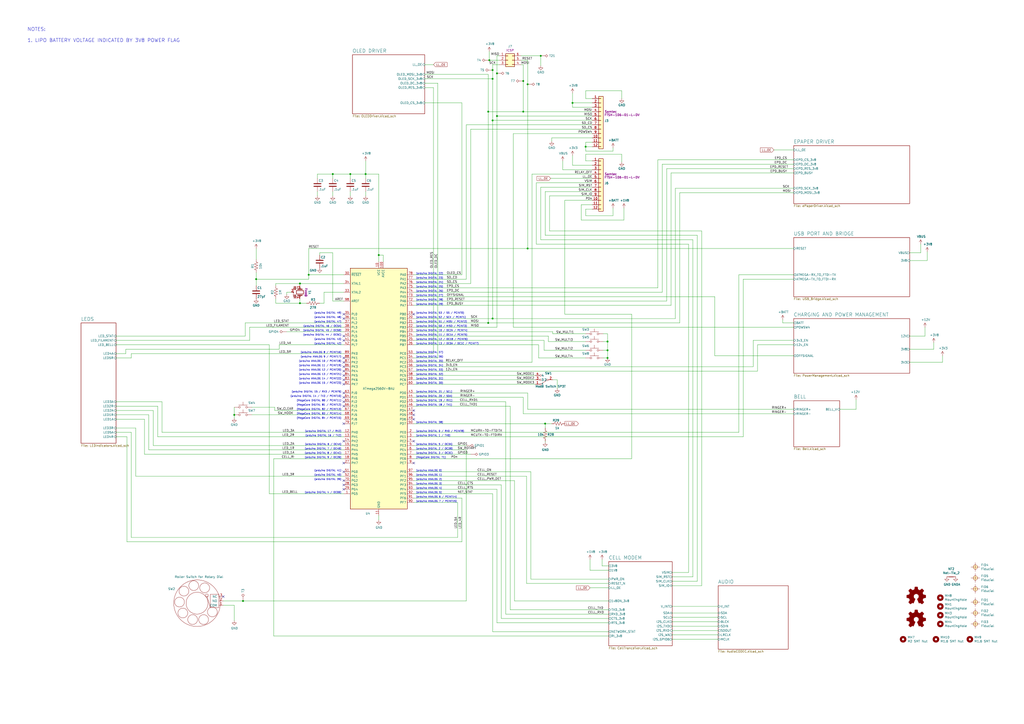
<source format=kicad_sch>
(kicad_sch (version 20211123) (generator eeschema)
  (paper "A2")
  (title_block (title "4G ROTARY CELLPHONE MAINBOARD") (company "J. Haupt") (comment 1 "Sky's Edge"))
  (junction (at 313.69 32.385))
  (junction (at 285.75 45.72))
  (junction (at 219.71 147.955))
  (junction (at 173.99 175.895))
  (junction (at 285.75 40.64))
  (junction (at 303.53 46.99))
  (junction (at 288.29 67.31))
  (junction (at 352.425 207.645))
  (junction (at 306.07 48.895))
  (junction (at 173.99 164.465))
  (junction (at 332.105 59.69))
  (junction (at 285.75 184.785))
  (junction (at 212.09 100.965))
  (junction (at 283.845 34.925))
  (junction (at 352.425 203.2))
  (junction (at 303.53 64.77))
  (junction (at 288.29 42.545))
  (junction (at 316.23 245.745))
  (junction (at 140.97 348.615))
  (junction (at 148.59 161.925))
  (junction (at 339.725 85.09))
  (junction (at 283.21 64.77))
  (junction (at 193.04 100.965))
  (junction (at 306.07 144.145))
  (junction (at 285.75 69.85))
  (junction (at 352.425 198.12))
  (junction (at 135.89 240.665))
  (junction (at 283.21 187.325))
  (junction (at 179.07 159.385))
  (junction (at 203.2 100.965))
  (no_connect (at 199.39 268.605))
  (no_connect (at 199.39 184.785))
  (no_connect (at 199.39 245.745))
  (no_connect (at 240.03 240.665))
  (no_connect (at 240.03 268.605))
  (no_connect (at 199.39 235.585))
  (no_connect (at 199.39 194.945))
  (no_connect (at 199.39 255.905))
  (no_connect (at 199.39 281.305))
  (no_connect (at 199.39 278.765))
  (no_connect (at 129.54 346.075))
  (no_connect (at 240.03 238.125))
  (no_connect (at 199.39 182.245))
  (no_connect (at 240.03 243.205))
  (no_connect (at 240.03 255.905))
  (no_connect (at 199.39 283.845))
  (no_connect (at 199.39 197.485))
  (no_connect (at 199.39 273.685))
  (no_connect (at 199.39 230.505))
  (no_connect (at 199.39 227.965))
  (no_connect (at 199.39 222.885))
  (no_connect (at 199.39 220.345))
  (no_connect (at 199.39 217.805))
  (no_connect (at 199.39 215.265))
  (no_connect (at 199.39 212.725))
  (no_connect (at 199.39 207.645))
  (no_connect (at 199.39 210.185))
  (no_connect (at 240.03 182.245))
  (no_connect (at 199.39 233.045))
  (wire (pts (xy 384.175 169.545) (xy 384.175 95.25)))
  (wire (pts (xy 407.035 339.725) (xy 389.89 339.725)))
  (wire (pts (xy 332.105 59.69) (xy 343.535 59.69)))
  (wire (pts (xy 240.03 220.345) (xy 310.515 220.345)))
  (wire (pts (xy 148.59 150.495) (xy 148.59 144.145)))
  (wire (pts (xy 240.03 273.685) (xy 307.975 273.685)))
  (wire (pts (xy 240.03 233.045) (xy 293.37 233.045)))
  (wire (pts (xy 88.9 238.125) (xy 88.9 258.445)))
  (wire (pts (xy 240.03 187.325) (xy 283.21 187.325)))
  (wire (pts (xy 240.03 263.525) (xy 273.05 263.525)))
  (wire (pts (xy 536.575 194.945) (xy 536.575 189.865)))
  (wire (pts (xy 448.945 86.995) (xy 460.375 86.995)))
  (wire (pts (xy 416.56 355.6) (xy 389.89 355.6)))
  (wire (pts (xy 73.025 202.565) (xy 161.925 202.565)))
  (wire (pts (xy 414.655 206.375) (xy 460.375 206.375)))
  (wire (pts (xy 67.31 200.025) (xy 156.21 200.025)))
  (wire (pts (xy 327.66 116.205) (xy 327.66 182.245)))
  (wire (pts (xy 353.06 330.835) (xy 342.265 330.835)))
  (wire (pts (xy 355.6 87.63) (xy 355.6 85.725)))
  (wire (pts (xy 288.29 32.385) (xy 289.56 32.385)))
  (wire (pts (xy 212.09 113.665) (xy 212.09 111.125)))
  (wire (pts (xy 173.99 165.735) (xy 173.99 164.465)))
  (wire (pts (xy 352.425 198.12) (xy 352.425 203.2)))
  (wire (pts (xy 240.03 258.445) (xy 270.51 258.445)))
  (wire (pts (xy 349.885 203.2) (xy 352.425 203.2)))
  (wire (pts (xy 343.535 64.77) (xy 303.53 64.77)))
  (wire (pts (xy 343.535 118.745) (xy 337.185 118.745)))
  (wire (pts (xy 323.215 220.345) (xy 320.675 220.345)))
  (wire (pts (xy 212.09 93.345) (xy 212.09 100.965)))
  (wire (pts (xy 173.99 175.895) (xy 177.8 175.895)))
  (wire (pts (xy 332.105 95.885) (xy 332.105 90.17)))
  (wire (pts (xy 240.03 278.765) (xy 298.45 278.765)))
  (wire (pts (xy 527.685 194.945) (xy 536.575 194.945)))
  (wire (pts (xy 339.725 89.535) (xy 339.725 93.345)))
  (wire (pts (xy 160.02 175.895) (xy 173.99 175.895)))
  (wire (pts (xy 156.21 286.385) (xy 156.21 200.025)))
  (wire (pts (xy 73.025 205.105) (xy 67.31 205.105)))
  (wire (pts (xy 76.2 205.105) (xy 76.2 207.645)))
  (wire (pts (xy 93.98 233.045) (xy 93.98 250.825)))
  (wire (pts (xy 240.03 192.405) (xy 320.675 192.405)))
  (wire (pts (xy 283.21 64.77) (xy 283.21 187.325)))
  (wire (pts (xy 283.21 187.325) (xy 394.335 187.325)))
  (wire (pts (xy 339.725 85.09) (xy 343.535 85.09)))
  (wire (pts (xy 352.425 193.675) (xy 352.425 198.12)))
  (wire (pts (xy 135.89 236.22) (xy 135.89 240.665)))
  (wire (pts (xy 144.78 197.485) (xy 144.78 189.865)))
  (wire (pts (xy 332.105 53.975) (xy 332.105 59.69)))
  (wire (pts (xy 313.69 32.385) (xy 302.26 32.385)))
  (wire (pts (xy 313.69 108.585) (xy 313.69 139.065)))
  (wire (pts (xy 199.39 263.525) (xy 83.82 263.525)))
  (wire (pts (xy 313.69 38.1) (xy 313.69 32.385)))
  (wire (pts (xy 135.89 351.155) (xy 129.54 351.155)))
  (wire (pts (xy 144.78 189.865) (xy 199.39 189.865)))
  (wire (pts (xy 158.75 266.065) (xy 158.75 368.935)))
  (wire (pts (xy 297.815 189.865) (xy 460.375 189.865)))
  (wire (pts (xy 76.2 205.105) (xy 199.39 205.105)))
  (wire (pts (xy 389.89 358.14) (xy 416.56 358.14)))
  (wire (pts (xy 386.715 174.625) (xy 386.715 97.79)))
  (wire (pts (xy 339.725 85.09) (xy 339.725 87.63)))
  (wire (pts (xy 254 48.26) (xy 254 207.645)))
  (wire (pts (xy 146.05 240.665) (xy 199.39 240.665)))
  (wire (pts (xy 315.595 203.2) (xy 339.725 203.2)))
  (wire (pts (xy 339.725 57.15) (xy 339.725 52.705)))
  (wire (pts (xy 428.625 250.825) (xy 428.625 159.385)))
  (wire (pts (xy 353.06 353.695) (xy 295.91 353.695)))
  (wire (pts (xy 343.535 74.93) (xy 273.05 74.93)))
  (wire (pts (xy 240.03 164.465) (xy 273.05 164.465)))
  (wire (pts (xy 312.42 207.645) (xy 339.725 207.645)))
  (wire (pts (xy 219.71 100.965) (xy 219.71 147.955)))
  (wire (pts (xy 199.39 266.065) (xy 158.75 266.065)))
  (wire (pts (xy 273.05 74.93) (xy 273.05 164.465)))
  (wire (pts (xy 285.75 286.385) (xy 240.03 286.385)))
  (wire (pts (xy 86.36 240.665) (xy 86.36 260.985)))
  (wire (pts (xy 391.795 109.22) (xy 460.375 109.22)))
  (wire (pts (xy 78.74 248.285) (xy 67.31 248.285)))
  (wire (pts (xy 360.68 89.535) (xy 339.725 89.535)))
  (wire (pts (xy 303.53 230.505) (xy 303.53 240.03)))
  (wire (pts (xy 78.74 276.225) (xy 199.39 276.225)))
  (wire (pts (xy 283.845 34.925) (xy 289.56 34.925)))
  (wire (pts (xy 159.385 236.22) (xy 146.05 236.22)))
  (wire (pts (xy 240.03 227.965) (xy 306.07 227.965)))
  (wire (pts (xy 76.2 207.645) (xy 67.31 207.645)))
  (wire (pts (xy 283.21 43.18) (xy 246.38 43.18)))
  (wire (pts (xy 179.07 144.145) (xy 306.07 144.145)))
  (wire (pts (xy 187.96 169.545) (xy 199.39 169.545)))
  (wire (pts (xy 326.39 93.345) (xy 326.39 98.425)))
  (wire (pts (xy 270.51 72.39) (xy 270.51 161.925)))
  (wire (pts (xy 318.135 194.945) (xy 318.135 198.12)))
  (wire (pts (xy 384.175 95.25) (xy 460.375 95.25)))
  (wire (pts (xy 76.2 250.825) (xy 67.31 250.825)))
  (wire (pts (xy 399.415 141.605) (xy 311.15 141.605)))
  (wire (pts (xy 343.535 67.31) (xy 288.29 67.31)))
  (wire (pts (xy 270.51 260.985) (xy 270.51 348.615)))
  (wire (pts (xy 436.88 212.725) (xy 436.88 197.485)))
  (wire (pts (xy 332.105 95.885) (xy 343.535 95.885)))
  (wire (pts (xy 240.03 174.625) (xy 386.715 174.625)))
  (wire (pts (xy 527.685 210.185) (xy 546.735 210.185)))
  (wire (pts (xy 83.82 243.205) (xy 83.82 263.525)))
  (wire (pts (xy 307.975 335.915) (xy 353.06 335.915)))
  (wire (pts (xy 343.535 103.505) (xy 319.405 103.505)))
  (wire (pts (xy 404.495 136.525) (xy 404.495 337.185)))
  (wire (pts (xy 308.61 100.965) (xy 308.61 210.185)))
  (wire (pts (xy 343.535 77.47) (xy 297.815 77.47)))
  (wire (pts (xy 240.03 194.945) (xy 318.135 194.945)))
  (wire (pts (xy 311.15 141.605) (xy 311.15 106.045)))
  (wire (pts (xy 320.675 192.405) (xy 320.675 193.675)))
  (wire (pts (xy 342.265 330.835) (xy 342.265 324.485)))
  (wire (pts (xy 135.89 242.57) (xy 135.89 240.665)))
  (wire (pts (xy 251.46 50.8) (xy 246.38 50.8)))
  (wire (pts (xy 414.655 172.085) (xy 414.655 206.375)))
  (wire (pts (xy 343.535 57.15) (xy 339.725 57.15)))
  (wire (pts (xy 187.96 175.895) (xy 187.96 169.545)))
  (wire (pts (xy 240.03 184.785) (xy 285.75 184.785)))
  (wire (pts (xy 142.24 187.325) (xy 199.39 187.325)))
  (wire (pts (xy 203.2 100.965) (xy 203.2 103.505)))
  (wire (pts (xy 416.56 360.68) (xy 389.89 360.68)))
  (wire (pts (xy 83.82 243.205) (xy 67.31 243.205)))
  (wire (pts (xy 534.035 141.605) (xy 534.035 146.685)))
  (wire (pts (xy 339.725 87.63) (xy 355.6 87.63)))
  (wire (pts (xy 76.2 311.785) (xy 76.2 250.825)))
  (wire (pts (xy 270.51 72.39) (xy 343.535 72.39)))
  (wire (pts (xy 349.885 198.12) (xy 352.425 198.12)))
  (wire (pts (xy 159.385 238.125) (xy 199.39 238.125)))
  (wire (pts (xy 326.39 98.425) (xy 343.535 98.425)))
  (wire (pts (xy 254 207.645) (xy 240.03 207.645)))
  (wire (pts (xy 240.03 215.265) (xy 439.42 215.265)))
  (wire (pts (xy 240.03 169.545) (xy 384.175 169.545)))
  (wire (pts (xy 166.37 169.545) (xy 168.91 169.545)))
  (wire (pts (xy 460.375 161.925) (xy 431.165 161.925)))
  (wire (pts (xy 320.04 80.01) (xy 343.535 80.01)))
  (wire (pts (xy 285.75 45.72) (xy 285.75 69.85)))
  (wire (pts (xy 343.535 116.205) (xy 327.66 116.205)))
  (wire (pts (xy 91.44 253.365) (xy 199.39 253.365)))
  (wire (pts (xy 339.725 93.345) (xy 343.535 93.345)))
  (wire (pts (xy 306.07 237.49) (xy 306.07 227.965)))
  (wire (pts (xy 310.515 222.885) (xy 240.03 222.885)))
  (wire (pts (xy 91.44 235.585) (xy 67.31 235.585)))
  (wire (pts (xy 394.335 111.76) (xy 460.375 111.76)))
  (wire (pts (xy 293.37 233.045) (xy 293.37 356.235)))
  (wire (pts (xy 366.395 182.245) (xy 327.66 182.245)))
  (wire (pts (xy 240.03 266.065) (xy 366.395 266.065)))
  (wire (pts (xy 303.53 46.99) (xy 303.53 64.77)))
  (wire (pts (xy 142.24 187.325) (xy 142.24 194.945)))
  (wire (pts (xy 160.02 173.355) (xy 160.02 175.895)))
  (wire (pts (xy 285.75 40.64) (xy 285.75 37.465)))
  (wire (pts (xy 285.75 45.72) (xy 285.75 40.64)))
  (wire (pts (xy 93.98 233.045) (xy 67.31 233.045)))
  (wire (pts (xy 67.31 197.485) (xy 144.78 197.485)))
  (wire (pts (xy 91.44 235.585) (xy 91.44 253.365)))
  (wire (pts (xy 222.25 147.955) (xy 219.71 147.955)))
  (wire (pts (xy 199.39 192.405) (xy 166.37 192.405)))
  (wire (pts (xy 436.88 197.485) (xy 460.375 197.485)))
  (wire (pts (xy 219.71 147.955) (xy 219.71 151.765)))
  (wire (pts (xy 349.25 328.295) (xy 353.06 328.295)))
  (wire (pts (xy 439.42 200.025) (xy 460.375 200.025)))
  (wire (pts (xy 193.04 100.965) (xy 193.04 103.505)))
  (wire (pts (xy 140.97 348.615) (xy 270.51 348.615)))
  (wire (pts (xy 240.03 177.165) (xy 389.255 177.165)))
  (wire (pts (xy 303.53 64.77) (xy 283.21 64.77)))
  (wire (pts (xy 288.29 42.545) (xy 288.29 32.385)))
  (wire (pts (xy 310.515 217.805) (xy 240.03 217.805)))
  (wire (pts (xy 352.425 203.2) (xy 352.425 207.645)))
  (wire (pts (xy 360.68 57.15) (xy 360.68 52.705)))
  (wire (pts (xy 158.75 368.935) (xy 353.06 368.935)))
  (wire (pts (xy 240.03 197.485) (xy 315.595 197.485)))
  (wire (pts (xy 135.89 351.155) (xy 135.89 360.045)))
  (wire (pts (xy 173.99 164.465) (xy 160.02 164.465)))
  (wire (pts (xy 320.04 81.915) (xy 320.04 80.01)))
  (wire (pts (xy 537.845 151.13) (xy 537.845 146.05)))
  (wire (pts (xy 355.6 120.65) (xy 355.6 125.095)))
  (wire (pts (xy 389.89 363.22) (xy 416.56 363.22)))
  (wire (pts (xy 212.09 100.965) (xy 212.09 103.505)))
  (wire (pts (xy 270.51 161.925) (xy 240.03 161.925)))
  (wire (pts (xy 416.56 365.76) (xy 389.89 365.76)))
  (wire (pts (xy 316.23 136.525) (xy 316.23 111.125)))
  (wire (pts (xy 240.03 276.225) (xy 305.435 276.225)))
  (wire (pts (xy 88.9 238.125) (xy 67.31 238.125)))
  (wire (pts (xy 343.535 108.585) (xy 313.69 108.585)))
  (wire (pts (xy 391.795 184.785) (xy 391.795 109.22)))
  (wire (pts (xy 337.185 127.635) (xy 361.95 127.635)))
  (wire (pts (xy 527.685 202.565) (xy 541.655 202.565)))
  (wire (pts (xy 355.6 125.095) (xy 339.725 125.095)))
  (wire (pts (xy 240.03 159.385) (xy 267.97 159.385)))
  (wire (pts (xy 360.68 93.98) (xy 360.68 89.535)))
  (wire (pts (xy 431.165 161.925) (xy 431.165 253.365)))
  (wire (pts (xy 283.21 43.18) (xy 283.21 64.77)))
  (wire (pts (xy 179.07 159.385) (xy 179.07 144.145)))
  (wire (pts (xy 179.07 159.385) (xy 199.39 159.385)))
  (wire (pts (xy 267.97 59.69) (xy 267.97 159.385)))
  (wire (pts (xy 295.91 235.585) (xy 295.91 353.695)))
  (wire (pts (xy 129.54 348.615) (xy 140.97 348.615)))
  (wire (pts (xy 343.535 113.665) (xy 318.77 113.665)))
  (wire (pts (xy 361.95 127.635) (xy 361.95 120.65)))
  (wire (pts (xy 311.15 106.045) (xy 343.535 106.045)))
  (wire (pts (xy 222.25 147.955) (xy 222.25 151.765)))
  (wire (pts (xy 381.635 167.005) (xy 381.635 92.71)))
  (wire (pts (xy 339.725 82.55) (xy 343.535 82.55)))
  (wire (pts (xy 312.42 200.025) (xy 312.42 207.645)))
  (wire (pts (xy 428.625 159.385) (xy 460.375 159.385)))
  (wire (pts (xy 219.71 299.085) (xy 219.71 301.625)))
  (wire (pts (xy 142.24 194.945) (xy 67.31 194.945)))
  (wire (pts (xy 240.03 250.825) (xy 428.625 250.825)))
  (wire (pts (xy 323.215 220.345) (xy 323.215 225.425)))
  (wire (pts (xy 285.75 69.85) (xy 285.75 184.785)))
  (wire (pts (xy 316.23 248.285) (xy 316.23 245.745)))
  (wire (pts (xy 86.36 260.985) (xy 199.39 260.985)))
  (wire (pts (xy 285.75 45.72) (xy 246.38 45.72)))
  (wire (pts (xy 267.97 288.925) (xy 240.03 288.925)))
  (wire (pts (xy 254 48.26) (xy 246.38 48.26)))
  (wire (pts (xy 285.75 366.395) (xy 353.06 366.395)))
  (wire (pts (xy 199.39 174.625) (xy 193.04 174.625)))
  (wire (pts (xy 185.42 175.895) (xy 187.96 175.895)))
  (wire (pts (xy 193.04 146.685) (xy 185.42 146.685)))
  (wire (pts (xy 199.39 258.445) (xy 88.9 258.445)))
  (wire (pts (xy 389.89 370.84) (xy 416.56 370.84)))
  (wire (pts (xy 302.26 37.465) (xy 303.53 37.465)))
  (wire (pts (xy 148.59 161.925) (xy 148.59 165.735)))
  (wire (pts (xy 454.025 185.42) (xy 454.025 187.325)))
  (wire (pts (xy 297.815 77.47) (xy 297.815 189.865)))
  (wire (pts (xy 343.535 62.23) (xy 332.105 62.23)))
  (wire (pts (xy 353.06 358.775) (xy 290.83 358.775)))
  (wire (pts (xy 193.04 174.625) (xy 193.04 146.685)))
  (wire (pts (xy 407.035 133.985) (xy 407.035 339.725)))
  (wire (pts (xy 86.36 240.665) (xy 67.31 240.665)))
  (wire (pts (xy 267.97 59.69) (xy 246.38 59.69)))
  (wire (pts (xy 285.75 69.85) (xy 343.535 69.85)))
  (wire (pts (xy 288.29 283.845) (xy 288.29 361.315)))
  (wire (pts (xy 339.725 125.095) (xy 339.725 121.285)))
  (wire (pts (xy 73.66 314.325) (xy 267.97 314.325)))
  (wire (pts (xy 416.56 368.3) (xy 389.89 368.3)))
  (wire (pts (xy 306.07 144.145) (xy 306.07 48.895)))
  (wire (pts (xy 246.38 37.465) (xy 251.46 37.465)))
  (wire (pts (xy 339.725 193.675) (xy 320.675 193.675)))
  (wire (pts (xy 240.03 212.725) (xy 436.88 212.725)))
  (wire (pts (xy 203.2 100.965) (xy 212.09 100.965)))
  (wire (pts (xy 349.885 193.675) (xy 352.425 193.675)))
  (wire (pts (xy 353.06 338.455) (xy 305.435 338.455)))
  (wire (pts (xy 184.15 103.505) (xy 184.15 100.965)))
  (wire (pts (xy 303.53 240.03) (xy 460.375 240.03)))
  (wire (pts (xy 366.395 266.065) (xy 366.395 182.245)))
  (wire (pts (xy 320.04 245.745) (xy 316.23 245.745)))
  (wire (pts (xy 316.23 111.125) (xy 343.535 111.125)))
  (wire (pts (xy 199.39 164.465) (xy 173.99 164.465)))
  (wire (pts (xy 283.845 29.845) (xy 283.845 34.925)))
  (wire (pts (xy 342.265 340.995) (xy 353.06 340.995)))
  (wire (pts (xy 148.59 161.925) (xy 179.07 161.925)))
  (wire (pts (xy 290.83 281.305) (xy 290.83 358.775)))
  (wire (pts (xy 298.45 348.615) (xy 298.45 278.765)))
  (wire (pts (xy 439.42 215.265) (xy 439.42 200.025)))
  (wire (pts (xy 401.955 334.645) (xy 389.89 334.645)))
  (wire (pts (xy 240.03 283.845) (xy 288.29 283.845)))
  (wire (pts (xy 267.97 314.325) (xy 267.97 288.925)))
  (wire (pts (xy 389.89 332.105) (xy 399.415 332.105)))
  (wire (pts (xy 184.15 111.125) (xy 184.15 113.665)))
  (wire (pts (xy 386.715 97.79) (xy 460.375 97.79)))
  (wire (pts (xy 290.83 281.305) (xy 240.03 281.305)))
  (wire (pts (xy 212.09 100.965) (xy 219.71 100.965)))
  (wire (pts (xy 339.725 52.705) (xy 360.68 52.705)))
  (wire (pts (xy 527.685 151.13) (xy 537.845 151.13)))
  (wire (pts (xy 159.385 236.22) (xy 159.385 238.125)))
  (wire (pts (xy 313.69 139.065) (xy 401.955 139.065)))
  (wire (pts (xy 199.39 286.385) (xy 156.21 286.385)))
  (wire (pts (xy 332.105 59.69) (xy 332.105 62.23)))
  (wire (pts (xy 306.07 237.49) (xy 460.375 237.49)))
  (wire (pts (xy 401.955 139.065) (xy 401.955 334.645)))
  (wire (pts (xy 306.07 48.895) (xy 306.07 34.925)))
  (wire (pts (xy 78.74 276.225) (xy 78.74 248.285)))
  (wire (pts (xy 487.045 237.49) (xy 496.57 237.49)))
  (wire (pts (xy 337.185 118.745) (xy 337.185 127.635)))
  (wire (pts (xy 73.025 202.565) (xy 73.025 205.105)))
  (wire (pts (xy 240.03 253.365) (xy 431.165 253.365)))
  (wire (pts (xy 389.89 351.79) (xy 416.56 351.79)))
  (wire (pts (xy 240.03 245.745) (xy 316.23 245.745)))
  (wire (pts (xy 288.29 67.31) (xy 288.29 189.865)))
  (wire (pts (xy 285.75 366.395) (xy 285.75 286.385)))
  (wire (pts (xy 288.29 67.31) (xy 288.29 42.545)))
  (wire (pts (xy 308.61 100.965) (xy 343.535 100.965)))
  (wire (pts (xy 240.03 210.185) (xy 308.61 210.185)))
  (wire (pts (xy 534.035 146.685) (xy 527.685 146.685)))
  (wire (pts (xy 148.59 158.115) (xy 148.59 161.925)))
  (wire (pts (xy 160.02 164.465) (xy 160.02 165.735)))
  (wire (pts (xy 73.66 314.325) (xy 73.66 253.365)))
  (wire (pts (xy 349.885 207.645) (xy 352.425 207.645)))
  (wire (pts (xy 240.03 189.865) (xy 288.29 189.865)))
  (wire (pts (xy 546.735 206.375) (xy 546.735 210.185)))
  (wire (pts (xy 285.75 37.465) (xy 289.56 37.465)))
  (wire (pts (xy 193.04 100.965) (xy 203.2 100.965)))
  (wire (pts (xy 93.98 250.825) (xy 199.39 250.825)))
  (wire (pts (xy 339.725 85.09) (xy 339.725 82.55)))
  (wire (pts (xy 389.255 177.165) (xy 389.255 100.33)))
  (wire (pts (xy 404.495 136.525) (xy 316.23 136.525)))
  (wire (pts (xy 240.03 172.085) (xy 414.655 172.085)))
  (wire (pts (xy 240.03 230.505) (xy 303.53 230.505)))
  (wire (pts (xy 161.925 200.025) (xy 161.925 202.565)))
  (wire (pts (xy 496.57 237.49) (xy 496.57 231.775)))
  (wire (pts (xy 399.415 332.105) (xy 399.415 141.605)))
  (wire (pts (xy 305.435 276.225) (xy 305.435 338.455)))
  (wire (pts (xy 161.925 200.025) (xy 199.39 200.025)))
  (wire (pts (xy 265.43 291.465) (xy 265.43 311.785)))
  (wire (pts (xy 288.29 361.315) (xy 353.06 361.315)))
  (wire (pts (xy 353.06 348.615) (xy 298.45 348.615)))
  (wire (pts (xy 240.03 260.985) (xy 270.51 260.985)))
  (wire (pts (xy 541.655 202.565) (xy 541.655 198.755)))
  (wire (pts (xy 73.66 253.365) (xy 67.31 253.365)))
  (wire (pts (xy 203.2 113.665) (xy 203.2 111.125)))
  (wire (pts (xy 240.03 167.005) (xy 381.635 167.005)))
  (wire (pts (xy 193.04 111.125) (xy 193.04 113.665)))
  (wire (pts (xy 240.03 235.585) (xy 295.91 235.585)))
  (wire (pts (xy 240.03 291.465) (xy 265.43 291.465)))
  (wire (pts (xy 306.07 34.925) (xy 302.26 34.925)))
  (wire (pts (xy 251.46 50.8) (xy 251.46 205.105)))
  (wire (pts (xy 316.23 255.905) (xy 316.23 256.54)))
  (wire (pts (xy 318.77 133.985) (xy 407.035 133.985)))
  (wire (pts (xy 339.725 198.12) (xy 318.135 198.12)))
  (wire (pts (xy 306.07 144.145) (xy 460.375 144.145)))
  (wire (pts (xy 240.03 200.025) (xy 312.42 200.025)))
  (wire (pts (xy 173.99 173.355) (xy 173.99 175.895)))
  (wire (pts (xy 315.595 197.485) (xy 315.595 203.2)))
  (wire (pts (xy 185.42 146.685) (xy 185.42 147.955)))
  (wire (pts (xy 166.37 170.815) (xy 166.37 169.545)))
  (wire (pts (xy 389.255 100.33) (xy 460.375 100.33)))
  (wire (pts (xy 353.06 356.235) (xy 293.37 356.235)))
  (wire (pts (xy 251.46 205.105) (xy 240.03 205.105)))
  (wire (pts (xy 454.025 187.325) (xy 460.375 187.325)))
  (wire (pts (xy 349.25 324.485) (xy 349.25 328.295)))
  (wire (pts (xy 285.75 184.785) (xy 391.795 184.785)))
  (wire (pts (xy 303.53 37.465) (xy 303.53 46.99)))
  (wire (pts (xy 184.15 100.965) (xy 193.04 100.965)))
  (wire (pts (xy 307.975 273.685) (xy 307.975 335.915)))
  (wire (pts (xy 381.635 92.71) (xy 460.375 92.71)))
  (wire (pts (xy 318.77 113.665) (xy 318.77 133.985)))
  (wire (pts (xy 389.89 337.185) (xy 404.495 337.185)))
  (wire (pts (xy 339.725 121.285) (xy 343.535 121.285)))
  (wire (pts (xy 179.07 161.925) (xy 179.07 159.385)))
  (wire (pts (xy 76.2 311.785) (xy 265.43 311.785)))
  (wire (pts (xy 394.335 187.325) (xy 394.335 111.76)))
  (text "(arduino DIGITAL 8 / OC4C)" (at 198.12 263.525 180) (effects (font (size 0.9906 0.9906)) (justify right bottom)))
  (text "(arduino DIGITAL 9 / OC2B)" (at 198.12 266.065 180) (effects (font (size 0.9906 0.9906)) (justify right bottom)))
  (text "(arduino DIGITAL 37)" (at 241.3 205.105 0) (effects (font (size 0.9906 0.9906)) (justify left bottom)))
  (text "(arduino DIGITAL 31)" (at 241.3 220.345 0) (effects (font (size 0.9906 0.9906)) (justify left bottom)))
  (text "(arduino DIGITAL 2 / OC3B)" (at 241.3 260.985 0) (effects (font (size 0.9906 0.9906)) (justify left bottom)))
  (text "(arduino DIGITAL 39)" (at 198.12 278.765 180) (effects (font (size 0.9906 0.9906)) (justify right bottom)))
  (text "(arduino DIGITAL 46 / OC5A)" (at 198.12 189.865 180) (effects (font (size 0.9906 0.9906)) (justify right bottom)))
  (text "(arduino DIGITAL 17 / RX2)" (at 198.12 250.825 180) (effects (font (size 0.9906 0.9906)) (justify right bottom)))
  (text "(arduino DIGITAL 34)" (at 241.3 212.725 0) (effects (font (size 0.9906 0.9906)) (justify left bottom)))
  (text "(arduino DIGITAL 53 / SS / PCINT0)" (at 241.3 182.245 0) (effects (font (size 0.9906 0.9906)) (justify left bottom)))
  (text "(arduino DIGITAL 52 / SCK / PCINT1)" (at 241.3 184.785 0) (effects (font (size 0.9906 0.9906)) (justify left bottom)))
  (text "(arduino DIGITAL 23)" (at 241.3 161.925 0) (effects (font (size 0.9906 0.9906)) (justify left bottom)))
  (text "(arduino DIGITAL 38)" (at 241.3 245.745 0) (effects (font (size 0.9906 0.9906)) (justify left bottom)))
  (text "(arduino ANALOG 10 / PCINT18)" (at 198.12 210.185 180) (effects (font (size 0.9906 0.9906)) (justify right bottom)))
  (text "(arduino ANALOG 15 / PCINT23)" (at 198.12 222.885 180) (effects (font (size 0.9906 0.9906)) (justify right bottom)))
  (text "(arduino DIGITAL 1 / TX0)" (at 241.3 253.365 0) (effects (font (size 0.9906 0.9906)) (justify left bottom)))
  (text "(arduino ANALOG 1)" (at 241.3 276.225 0) (effects (font (size 0.9906 0.9906)) (justify left bottom)))
  (text "(arduino DIGITAL 26)" (at 241.3 169.545 0) (effects (font (size 0.9906 0.9906)) (justify left bottom)))
  (text "(arduino DIGITAL 15 / RX3 / PCINT9)" (at 198.12 227.965 180) (effects (font (size 0.9906 0.9906)) (justify right bottom)))
  (text "(arduino DIGITAL 27)" (at 241.3 172.085 0) (effects (font (size 0.9906 0.9906)) (justify left bottom)))
  (text "(arduino DIGITAL 0 / RX0 / PCINT8)" (at 241.3 250.825 0) (effects (font (size 0.9906 0.9906)) (justify left bottom)))
  (text "(MegaCore DIGITAL 83 / PCINT14)" (at 198.12 240.665 180) (effects (font (size 0.9906 0.9906)) (justify right bottom)))
  (text "(arduino ANALOG 6 / PCINT14)" (at 241.3 288.925 0) (effects (font (size 0.9906 0.9906)) (justify left bottom)))
  (text "(arduino ANALOG 5)" (at 241.3 286.385 0) (effects (font (size 0.9906 0.9906)) (justify left bottom)))
  (text "(arduino ANALOG 12 / PCINT20)" (at 198.12 215.265 180) (effects (font (size 0.9906 0.9906)) (justify right bottom)))
  (text "(arduino DIGITAL 36)" (at 241.3 207.645 0) (effects (font (size 0.9906 0.9906)) (justify left bottom)))
  (text "(arduino ANALOG 4)" (at 241.3 283.845 0) (effects (font (size 0.9906 0.9906)) (justify left bottom)))
  (text "(arduino DIGITAL 44 / OC5C)" (at 198.12 194.945 180) (effects (font (size 0.9906 0.9906)) (justify right bottom)))
  (text "(arduino ANALOG 8 / PCINT16)" (at 198.12 205.105 180) (effects (font (size 0.9906 0.9906)) (justify right bottom)))
  (text "(arduino ANALOG 9 / PCINT17)" (at 198.12 207.645 180) (effects (font (size 0.9906 0.9906)) (justify right bottom)))
  (text "(arduino DIGITAL 29)" (at 241.3 177.165 0) (effects (font (size 0.9906 0.9906)) (justify left bottom)))
  (text "(arduino ANALOG 13 / PCINT21)" (at 198.12 217.805 180) (effects (font (size 0.9906 0.9906)) (justify right bottom)))
  (text "(arduino DIGITAL 19 / RX1)" (at 241.3 233.045 0) (effects (font (size 0.9906 0.9906)) (justify left bottom)))
  (text "(arduino ANALOG 3)" (at 241.3 281.305 0) (effects (font (size 0.9906 0.9906)) (justify left bottom)))
  (text "(arduino DIGITAL 33)" (at 241.3 215.265 0) (effects (font (size 0.9906 0.9906)) (justify left bottom)))
  (text "(MegaCore DIGITAL 71)" (at 241.3 266.065 0) (effects (font (size 0.9906 0.9906)) (justify left bottom)))
  (text "(MegaCore DIGITAL 80 / PCINT11)" (at 198.12 233.045 180) (effects (font (size 0.9906 0.9906)) (justify right bottom)))
  (text "(arduino DIGITAL 6 / OC4A)" (at 198.12 258.445 180) (effects (font (size 0.9906 0.9906)) (justify right bottom)))
  (text "(arduino DIGITAL 18 / TX1)" (at 241.3 235.585 0) (effects (font (size 0.9906 0.9906)) (justify left bottom)))
  (text "(arduino DIGITAL 35)" (at 241.3 210.185 0) (effects (font (size 0.9906 0.9906)) (justify left bottom)))
  (text "(MegaCore DIGITAL 82 / PCINT13)" (at 198.12 238.125 180) (effects (font (size 0.9906 0.9906)) (justify right bottom)))
  (text "(arduino DIGITAL 25)" (at 241.3 167.005 0) (effects (font (size 0.9906 0.9906)) (justify left bottom)))
  (text "(arduino DIGITAL 4 / OC0B)" (at 198.12 286.385 180) (effects (font (size 0.9906 0.9906)) (justify right bottom)))
  (text "(MegaCore DIGITAL 81 / PCINT12)" (at 198.12 235.585 180) (effects (font (size 0.9906 0.9906)) (justify right bottom)))
  (text "(arduino DIGITAL 24)" (at 241.3 164.465 0) (effects (font (size 0.9906 0.9906)) (justify left bottom)))
  (text "(arduino DIGITAL 3 / OC3C)" (at 241.3 263.525 0) (effects (font (size 0.9906 0.9906)) (justify left bottom)))
  (text "(arduino DIGITAL 41)" (at 198.12 273.685 180) (effects (font (size 0.9906 0.9906)) (justify right bottom)))
  (text "(arduino DIGITAL 14 / TX3 / PCINT10)" (at 198.12 230.505 180) (effects (font (size 0.9906 0.9906)) (justify right bottom)))
  (text "(arduino ANALOG 0)" (at 241.3 273.685 0) (effects (font (size 0.9906 0.9906)) (justify left bottom)))
  (text "(arduino ANALOG 11 / PCINT19)" (at 198.12 212.725 180) (effects (font (size 0.9906 0.9906)) (justify right bottom)))
  (text "(arduino DIGITAL 12 / OC1B / PCINT6)" (at 241.3 197.485 0) (effects (font (size 0.9906 0.9906)) (justify left bottom)))
  (text "(arduino DIGITAL 45 / OC5B)" (at 198.12 192.405 180) (effects (font (size 0.9906 0.9906)) (justify right bottom)))
  (text "(arduino DIGITAL 22)" (at 241.3 159.385 0) (effects (font (size 0.9906 0.9906)) (justify left bottom)))
  (text "(arduino ANALOG 7 / PCINT15)" (at 241.3 291.465 0) (effects (font (size 0.9906 0.9906)) (justify left bottom)))
  (text "(arduino DIGITAL 11 / OC1A / PCINT5)" (at 241.3 194.945 0) (effects (font (size 0.9906 0.9906)) (justify left bottom)))
  (text "NOTES:\n\n1. LIPO BATTERY VOLTAGE INDICATED BY 3V8 POWER FLAG" (at 15.875 24.765 0) (effects (font (size 2.0066 2.0066)) (justify left bottom)))
  (text "(arduino DIGITAL 32)" (at 241.3 217.805 0) (effects (font (size 0.9906 0.9906)) (justify left bottom)))
  (text "(arduino DIGITAL 10 / OC2A / PCINT4)" (at 241.3 192.405 0) (effects (font (size 0.9906 0.9906)) (justify left bottom)))
  (text "(arduino DIGITAL 49)" (at 198.12 182.245 180) (effects (font (size 0.9906 0.9906)) (justify right bottom)))
  (text "(arduino ANALOG 14 / PCINT22)" (at 198.12 220.345 180) (effects (font (size 0.9906 0.9906)) (justify right bottom)))
  (text "(arduino DIGITAL 7 / OC4B)" (at 198.12 260.985 180) (effects (font (size 0.9906 0.9906)) (justify right bottom)))
  (text "(arduino DIGITAL 48)" (at 198.12 184.785 180) (effects (font (size 0.9906 0.9906)) (justify right bottom)))
  (text "(arduino DIGITAL 47)" (at 198.12 187.325 180) (effects (font (size 0.9906 0.9906)) (justify right bottom)))
  (text "(arduino DIGITAL 28)" (at 241.3 174.625 0) (effects (font (size 0.9906 0.9906)) (justify left bottom)))
  (text "(arduino DIGITAL 16 / TX2)" (at 198.12 253.365 180) (effects (font (size 0.9906 0.9906)) (justify right bottom)))
  (text "(arduino DIGITAL 30)" (at 241.3 222.885 0) (effects (font (size 0.9906 0.9906)) (justify left bottom)))
  (text "(arduino DIGITAL 20 / SDA)" (at 241.3 230.505 0) (effects (font (size 0.9906 0.9906)) (justify left bottom)))
  (text "(arduino DIGITAL 40)" (at 198.12 276.225 180) (effects (font (size 0.9906 0.9906)) (justify right bottom)))
  (text "(arduino DIGITAL 21 / SCL)" (at 241.3 227.965 0) (effects (font (size 0.9906 0.9906)) (justify left bottom)))
  (text "(arduino ANALOG 2)" (at 241.3 278.765 0) (effects (font (size 0.9906 0.9906)) (justify left bottom)))
  (text "(arduino DIGITAL 13 / OC0A / OC1C / PCINT7)" (at 241.3 200.025 0) (effects (font (size 0.9906 0.9906)) (justify left bottom)))
  (text "(MegaCore DIGITAL 84 / PCINT15)" (at 198.12 243.205 180) (effects (font (size 0.9906 0.9906)) (justify right bottom)))
  (text "(arduino DIGITAL 50 / MISO / PCINT3)" (at 241.3 189.865 0) (effects (font (size 0.9906 0.9906)) (justify left bottom)))
  (text "(arduino DIGITAL 51 / MOSI / PCINT2)" (at 241.3 187.325 0) (effects (font (size 0.9906 0.9906)) (justify left bottom)))
  (text "(arduino DIGITAL 42)" (at 198.12 200.025 180) (effects (font (size 0.9906 0.9906)) (justify right bottom)))
  (text "(arduino DIGITAL 5 / OC3A)" (at 241.3 258.445 0) (effects (font (size 0.9906 0.9906)) (justify left bottom)))
  (text "(arduino DIGITAL 43)" (at 198.12 197.485 180) (effects (font (size 0.9906 0.9906)) (justify right bottom)))
  (label "LED_1A" (at 170.815 263.525 180))
  (label "LED_3A" (at 170.815 250.825 180))
  (label "EPD_CS" (at 259.08 167.005 0))
  (label "EPD_RESET" (at 457.2 97.79 180))
  (label "MOSI" (at 302.26 37.465 0))
  (label "CELL_CTS" (at 265.43 281.305 0))
  (label "OLED_CS" (at 259.08 159.385 0))
  (label "LED_1R" (at 170.815 260.985 180))
  (label "MOSI" (at 343.535 64.77 180))
  (label "MISO" (at 343.535 67.31 180))
  (label "CELL_ON" (at 276.86 273.685 0))
  (label "LED_5R" (at 168.91 205.105 180))
  (label "RELAY_OFF" (at 258.445 210.185 0))
  (label "LED_2A" (at 170.815 258.445 180))
  (label "GPIO1" (at 265.43 258.445 0))
  (label "CELL_PWR_DET" (at 276.86 278.765 0))
  (label "SD_CD" (at 343.535 72.39 180))
  (label "LED_2R" (at 170.815 253.365 180))
  (label "SW_HOOK" (at 170.18 240.665 180))
  (label "MOSI" (at 252.095 43.18 180))
  (label "SIM_IO" (at 343.535 113.665 180))
  (label "CELL_RXD" (at 340.995 356.235 0))
  (label "SW_MODE2" (at 299.72 220.345 0))
  (label "SW_MULTI2" (at 321.945 203.2 0))
  (label "SW_ROTARY" (at 265.43 260.985 0))
  (label "GPIO4" (at 173.99 192.405 180))
  (label "3v3_EN" (at 258.445 212.725 0))
  (label "LED_3R" (at 170.815 276.225 180))
  (label "RINGER-" (at 275.59 230.505 180))
  (label "AREF" (at 194.31 174.625 0))
  (label "POWSW4" (at 343.535 77.47 180))
  (label "CELL_RESET" (at 276.86 276.225 0))
  (label "OLED_DC" (at 254 155.575 90))
  (label "EPD_BUSY" (at 259.08 177.165 0))
  (label "RINGER+" (at 275.59 227.965 180))
  (label "OFFSIGNAL" (at 259.08 172.085 0))
  (label "NET_STAT" (at 265.43 286.385 0))
  (label "SCK" (at 343.535 69.85 180))
  (label "SIM_RST" (at 343.535 108.585 180))
  (label "SCK" (at 287.655 37.465 180))
  (label "MOSI" (at 273.05 187.325 0))
  (label "MISO" (at 273.05 189.865 0))
  (label "LED_FILAMENT" (at 167.64 189.865 180))
  (label "CELL_TXD" (at 340.995 353.695 0))
  (label "PDn" (at 343.535 116.205 180))
  (label "MISO" (at 289.56 32.385 180))
  (label "EPD_DC" (at 259.08 169.545 0))
  (label "PDn" (at 261.62 266.065 0))
  (label "MOSI" (at 454.025 111.76 0))
  (label "CELL_TXD1" (at 266.7 235.585 0))
  (label "VSIM" (at 343.535 106.045 180))
  (label "SW_MODE1" (at 299.72 217.805 0))
  (label "SW_MODE3" (at 299.72 222.885 0))
  (label "EPD_CS" (at 456.565 92.71 180))
  (label "LED_5A" (at 265.43 299.72 270))
  (label "MCURX-TO-FTDITX" (at 273.05 250.825 0))
  (label "RINGER+" (at 447.675 237.49 0))
  (label "RESET" (at 179.07 144.145 0))
  (label "GPIO3" (at 265.43 263.525 0))
  (label "LED_4A" (at 168.91 200.025 180))
  (label "12v_EN" (at 258.445 215.265 0))
  (label "SD_CS" (at 343.535 74.93 180))
  (label "SW_MULTI3" (at 321.945 198.12 0))
  (label "LED_4R" (at 267.97 306.705 90))
  (label "EPD_DC" (at 456.565 95.25 180))
  (label "RINGER-" (at 447.675 240.03 0))
  (label "SW_MULTI1" (at 322.58 193.675 0))
  (label "LED_BELL" (at 172.72 286.385 180))
  (label "SW_MULTI4" (at 321.945 207.645 0))
  (label "RELAY_OFF" (at 343.535 100.965 180))
  (label "LED_STAT" (at 167.64 187.325 180))
  (label "EPD_BUSY" (at 456.565 100.33 180))
  (label "CELL_RI" (at 170.815 266.065 180))
  (label "SW_CLEAR" (at 170.18 238.125 180))
  (label "LL_OE" (at 343.535 103.505 180))
  (label "SIM_CLK" (at 343.535 111.125 180))
  (label "SCK" (at 251.46 45.72 180))
  (label "OLED_RES" (at 251.46 155.575 90))
  (label "SCK" (at 273.05 184.785 0))
  (label "EPD_RESET" (at 259.08 174.625 0))
  (label "RESET" (at 302.895 34.925 0))
  (label "CELL_RXD1" (at 266.7 233.045 0))
  (label "CELL_RTS" (at 265.43 283.845 0))
  (label "SCK" (at 454.025 109.22 0))
  (label "SD_CS" (at 259.08 164.465 0))
  (label "MCUTX-TO-FTDIRX" (at 273.05 253.365 0))
  (label "SD_CD" (at 259.08 161.925 0))
  (global_label "LL_OE" (shape input) (at 319.405 103.505 180) (property "Intersheet References" "${INTERSHEET_REFS}" (effects hide)))
  (global_label "LL_OE" (shape input) (at 448.945 86.995 180) (property "Intersheet References" "${INTERSHEET_REFS}" (effects hide)))
  (global_label "LL_OE" (shape input) (at 251.46 37.465 0) (property "Intersheet References" "${INTERSHEET_REFS}" (effects hide)))
  (global_label "LL_OE" (shape output) (at 327.66 245.745 0) (property "Intersheet References" "${INTERSHEET_REFS}" (effects hide)))
  (global_label "LL_OE" (shape input) (at 342.265 340.995 180) (property "Intersheet References" "${INTERSHEET_REFS}" (effects hide)))
  (symbol (lib_id "Device:R_US") (at 148.59 154.305 180) (unit 1)
    (property "Reference" "R1" (at 146.558 154.305 90))
    (property "Value" "10k" (at 151.13 154.305 90))
    (property "Footprint" "Resistor_SMD:R_0603_1608Metric" (effects hide))
  )
  (symbol (lib_id "Device:Resonator") (at 173.99 169.545 270) (unit 1)
    (property "Reference" "Y1" (at 179.705 169.545 0))
    (property "Value" "8MHz Resonator" (effects hide))
    (property "Footprint" "MyFootprints:AWSCR-16.00CV-T" (effects hide))
    (property "Mfg. Name" "Abracon" (effects hide))
    (property "Mfg. Part No." "AWSCR-8.00CV-T" (effects hide))
    (property "Distrib. Name" "Digi-Key" (effects hide))
    (property "Distrib Part No." "535-10004-1-ND" (effects hide))
    (property "Label" "8MHz" (at 177.546 169.545 0))
  )
  (symbol (lib_id "power:GND") (at 166.37 170.815 0) (unit 1)
    (property "Reference" "#PWR03" (effects hide))
    (property "Value" "GND" (at 166.37 174.625 0))
  )
  (symbol (lib_id "Device:C") (at 148.59 169.545 0) (unit 1)
    (property "Reference" "C1" (at 149.225 167.005 0) (effects (justify left)))
    (property "Value" "27pF" (at 149.225 172.085 0) (effects (justify left)))
    (property "Footprint" "Capacitor_SMD:C_0603_1608Metric" (effects hide))
  )
  (symbol (lib_id "power:GND") (at 148.59 173.355 0) (unit 1)
    (property "Reference" "#PWR02" (effects hide))
    (property "Value" "GND" (at 148.59 177.165 0))
  )
  (symbol (lib_id "Device:C") (at 185.42 151.765 0) (unit 1)
    (property "Reference" "C2" (at 186.055 149.225 0) (effects (justify left)))
    (property "Value" ".1uF" (at 186.055 154.305 0) (effects (justify left)))
    (property "Footprint" "Capacitor_SMD:C_0603_1608Metric" (effects hide))
    (property "Distrib. Name" "Digi-Key" (effects hide))
    (property "Distrib Part No." "1276-1000-1-ND " (effects hide))
    (property "Label" "50V" (effects hide))
  )
  (symbol (lib_id "Device:R_US") (at 160.02 169.545 180) (unit 1)
    (property "Reference" "R2" (at 157.988 169.545 90))
    (property "Value" "1M" (at 162.56 169.545 90))
    (property "Footprint" "Resistor_SMD:R_0603_1608Metric" (effects hide))
    (property "Distrib. Name" "Digi-Key" (effects hide))
    (property "Distrib Part No." "311-1.00MHRCT-ND " (effects hide))
  )
  (symbol (lib_id "Device:R_US") (at 181.61 175.895 90) (unit 1)
    (property "Reference" "R3" (at 181.61 173.863 90))
    (property "Value" "27R" (at 181.61 178.435 90))
    (property "Footprint" "Resistor_SMD:R_0603_1608Metric" (effects hide))
    (property "Distrib. Name" "Digi-Key" (effects hide))
    (property "Distrib Part No." "RMCF0603JT27R0CT-ND " (effects hide))
  )
  (symbol (lib_id "power:GND") (at 203.2 113.665 0) (unit 1)
    (property "Reference" "#PWR06" (effects hide))
    (property "Value" "GND" (at 203.2 117.475 0))
  )
  (symbol (lib_id "Device:C") (at 184.15 107.315 0) (unit 1)
    (property "Reference" "C3" (at 184.785 104.775 0) (effects (justify left)))
    (property "Value" ".1uF" (at 184.785 109.855 0) (effects (justify left)))
    (property "Footprint" "Capacitor_SMD:C_0603_1608Metric" (effects hide))
    (property "Distrib. Name" "Digi-Key" (effects hide))
    (property "Distrib Part No." "1276-1000-1-ND " (effects hide))
    (property "Label" "50V" (effects hide))
  )
  (symbol (lib_id "power:GND") (at 219.71 301.625 0) (unit 1)
    (property "Reference" "#PWR05" (effects hide))
    (property "Value" "GND" (at 219.837 306.0192 0))
  )
  (symbol (lib_id "power:GND") (at 185.42 155.575 0) (unit 1)
    (property "Reference" "#PWR04" (effects hide))
    (property "Value" "GND" (at 181.61 156.845 0))
  )
  (symbol (lib_id "MyLibrary:Rotary_Dial") (at 114.3 349.885 90) (unit 1)
    (property "Reference" "SW2" (at 101.6 341.63 90) (effects (justify left)))
    (property "Value" "Roller Switch for Rotary Dial" (at 129.54 334.645 90) (effects (justify left)))
    (property "Footprint" "MyFootprints:LimitSwitch_D2F-01FL2-A1" (effects hide))
    (property "Datasheet" "https://media.digikey.com/pdf/Data%20Sheets/Omron%20PDFs/D2F_0318_DS.pdf" (effects hide))
    (property "Mfg. Name" "Omron" (effects hide))
    (property "Mfg. Part No." "D2F-01FL2-A1" (effects hide))
  )
  (symbol (lib_id "power:GND") (at 135.89 360.045 0) (unit 1)
    (property "Reference" "#PWR0101" (effects hide))
    (property "Value" "GND" (at 136.017 364.4392 0))
  )
  (symbol (lib_id "MyLibrary:SP3T") (at 315.595 220.345 180) (unit 1)
    (property "Reference" "SW1" (at 318.135 216.535 0))
    (property "Value" "Mode Switch SP3T" (at 319.405 224.155 0))
    (property "Footprint" "MyFootprints:SP3T_OS103011MA7QP1" (effects hide))
    (property "Mfg. Name" "C&K" (effects hide))
    (property "Mfg. Part No." "OS103011MA7QP1" (effects hide))
    (property "Distrib. Name" "DigiKey" (effects hide))
    (property "Distrib Part No." "CKN9561-ND" (effects hide))
    (property "Label" "Mode" (effects hide))
  )
  (symbol (lib_id "Switch:SW_Push") (at 344.805 193.675 0) (unit 1)
    (property "Reference" "SW3" (at 339.725 191.135 0))
    (property "Value" "Tactile Switch" (effects hide))
    (property "Footprint" "MyFootprints:TactileSwitch_Panasonic_EVQ-Q2Y03W" (effects hide))
    (property "Mfg. Name" "Panasonic" (effects hide))
    (property "Mfg. Part No." "EVQ-Q2Y03W " (effects hide))
    (property "Label" "SIG STRENGTH" (effects hide))
  )
  (symbol (lib_id "power:GND") (at 323.215 225.425 0) (unit 1)
    (property "Reference" "#PWR0109" (effects hide))
    (property "Value" "GND" (at 323.215 229.235 0))
  )
  (symbol (lib_id "Switch:SW_Push") (at 140.97 236.22 0) (mirror y) (unit 1)
    (property "Reference" "SW4" (at 146.05 233.68 0))
    (property "Value" "Tactile Switch" (effects hide))
    (property "Footprint" "MyFootprints:TactileSwitch_Panasonic_EVQ-Q2Y03W" (effects hide))
    (property "Label" "CLEAR" (effects hide))
    (property "Mfg. Name" "Panasonic" (effects hide))
    (property "Mfg. Part No." "EVQ-Q2Y03W " (effects hide))
  )
  (symbol (lib_id "RUSP_Mainboard-rescue:ATmega2560V-8AU-MCU_Microchip_ATmega-4GRotaryCellPhone-rescue-4GRCP_Mainboard-rescue") (at 219.71 225.425 0) (unit 1)
    (property "Reference" "U4" (at 213.36 297.815 0))
    (property "Value" "ATmega2560V-8AU" (at 219.71 225.425 0))
    (property "Footprint" "MyFootprints:ATmega2560_TQFP-100_14x14mm_P0.5mm" (effects hide))
    (property "Datasheet" "http://ww1.microchip.com/downloads/en/DeviceDoc/Atmel-2549-8-bit-AVR-Microcontroller-ATmega640-1280-1281-2560-2561_datasheet.pdf" (effects hide))
    (property "Distrib. Name" "Digi-Key" (effects hide))
    (property "Distrib Part No." "ATMEGA2560V-8AURCT-ND" (effects hide))
    (property "Mfg. Name" "Microchip Technology" (effects hide))
    (property "Mfg. Part No." "ATMEGA2560V-8AUR" (effects hide))
  )
  (symbol (lib_id "Mechanical:MountingHole") (at 545.465 351.79 0) (unit 1) (in_bom no)
    (property "Reference" "MH1" (at 548.005 350.6216 0) (effects (justify left)))
    (property "Value" "MountingHole" (at 548.005 352.933 0) (effects (justify left)))
    (property "Footprint" "MountingHole:MountingHole_2.2mm_M2" (effects hide))
  )
  (symbol (lib_id "MyLibrary:Fiducial") (at 565.785 328.93 0) (unit 1) (in_bom no)
    (property "Reference" "FID4" (at 569.0362 327.7616 0) (effects (justify left)))
    (property "Value" "Fiducial" (at 569.0362 330.073 0) (effects (justify left)))
    (property "Footprint" "Fiducial:Fiducial_0.75mm_Dia_1.5mm_Outer" (effects hide))
  )
  (symbol (lib_id "MyLibrary:Fiducial") (at 565.785 335.28 0) (unit 1) (in_bom no)
    (property "Reference" "FID5" (at 569.0362 334.1116 0) (effects (justify left)))
    (property "Value" "Fiducial" (at 569.0362 336.423 0) (effects (justify left)))
    (property "Footprint" "Fiducial:Fiducial_0.75mm_Dia_1.5mm_Outer" (effects hide))
  )
  (symbol (lib_id "MyLibrary:Fiducial") (at 565.785 341.63 0) (unit 1) (in_bom no)
    (property "Reference" "FID6" (at 569.0362 340.4616 0) (effects (justify left)))
    (property "Value" "Fiducial" (at 569.0362 342.773 0) (effects (justify left)))
    (property "Footprint" "Fiducial:Fiducial_0.75mm_Dia_1.5mm_Outer" (effects hide))
  )
  (symbol (lib_id "Graphic:Logo_Open_Hardware_Small") (at 531.495 346.075 0) (unit 1) (in_bom no)
    (property "Reference" "LOGO1" (effects hide))
    (property "Value" "Logo1" (effects hide))
    (property "Footprint" "MyFootprints:SkysEdge_21mm" (effects hide))
  )
  (symbol (lib_id "Graphic:Logo_Open_Hardware_Small") (at 531.495 359.41 0) (unit 1) (in_bom no)
    (property "Reference" "LOGO2" (effects hide))
    (property "Value" "Logo2" (effects hide))
    (property "Footprint" "MyFootprints:SkysEdge_18mm" (effects hide))
  )
  (symbol (lib_id "MyLibrary:Fiducial") (at 565.785 355.6 0) (unit 1) (in_bom no)
    (property "Reference" "FID2" (at 569.0362 354.4316 0) (effects (justify left)))
    (property "Value" "Fiducial" (at 569.0362 356.743 0) (effects (justify left)))
    (property "Footprint" "Fiducial:Fiducial_0.75mm_Dia_1.5mm_Outer" (effects hide))
  )
  (symbol (lib_id "MyLibrary:Fiducial") (at 565.785 349.25 0) (unit 1) (in_bom no)
    (property "Reference" "FID1" (at 569.0362 348.0816 0) (effects (justify left)))
    (property "Value" "Fiducial" (at 569.0362 350.393 0) (effects (justify left)))
    (property "Footprint" "Fiducial:Fiducial_0.75mm_Dia_1.5mm_Outer" (effects hide))
  )
  (symbol (lib_id "MyLibrary:Fiducial") (at 565.785 361.95 0) (unit 1) (in_bom no)
    (property "Reference" "FID3" (at 569.0362 360.7816 0) (effects (justify left)))
    (property "Value" "Fiducial" (at 569.0362 363.093 0) (effects (justify left)))
    (property "Footprint" "Fiducial:Fiducial_0.75mm_Dia_1.5mm_Outer" (effects hide))
  )
  (symbol (lib_id "power:+3V3") (at 546.735 206.375 0) (unit 1)
    (property "Reference" "#PWR0108" (effects hide))
    (property "Value" "+3V3" (at 547.116 201.9808 0))
  )
  (symbol (lib_id "power:+3V8") (at 212.09 93.345 0) (unit 1)
    (property "Reference" "#PWR0102" (effects hide))
    (property "Value" "+3V8" (at 212.471 88.9508 0))
  )
  (symbol (lib_id "power:+3V8") (at 148.59 144.145 0) (unit 1)
    (property "Reference" "#PWR0104" (effects hide))
    (property "Value" "+3V8" (at 148.971 139.7508 0))
  )
  (symbol (lib_id "power:VBUS") (at 534.035 141.605 0) (unit 1)
    (property "Reference" "#PWR0105" (effects hide))
    (property "Value" "VBUS" (at 534.416 137.2108 0))
  )
  (symbol (lib_id "power:+3V8") (at 541.655 198.755 0) (unit 1)
    (property "Reference" "#PWR0107" (effects hide))
    (property "Value" "+3V8" (at 542.036 194.3608 0))
  )
  (symbol (lib_id "Device:C") (at 193.04 107.315 0) (unit 1)
    (property "Reference" "C4" (at 193.675 104.775 0) (effects (justify left)))
    (property "Value" ".1uF" (at 193.675 109.855 0) (effects (justify left)))
    (property "Footprint" "Capacitor_SMD:C_0603_1608Metric" (effects hide))
    (property "Distrib. Name" "Digi-Key" (effects hide))
    (property "Distrib Part No." "1276-1000-1-ND " (effects hide))
    (property "Label" "50V" (effects hide))
  )
  (symbol (lib_id "Device:C") (at 203.2 107.315 0) (unit 1)
    (property "Reference" "C5" (at 203.835 104.775 0) (effects (justify left)))
    (property "Value" ".1uF" (at 203.835 109.855 0) (effects (justify left)))
    (property "Footprint" "Capacitor_SMD:C_0603_1608Metric" (effects hide))
    (property "Distrib. Name" "Digi-Key" (effects hide))
    (property "Distrib Part No." "1276-1000-1-ND " (effects hide))
    (property "Label" "50V" (effects hide))
  )
  (symbol (lib_id "Device:C") (at 212.09 107.315 0) (unit 1)
    (property "Reference" "C6" (at 212.725 104.775 0) (effects (justify left)))
    (property "Value" ".1uF" (at 212.725 109.855 0) (effects (justify left)))
    (property "Footprint" "Capacitor_SMD:C_0603_1608Metric" (effects hide))
    (property "Distrib. Name" "Digi-Key" (effects hide))
    (property "Distrib Part No." "1276-1000-1-ND " (effects hide))
    (property "Label" "50V" (effects hide))
  )
  (symbol (lib_id "power:+3V8") (at 349.25 324.485 0) (unit 1)
    (property "Reference" "#PWR0115" (effects hide))
    (property "Value" "+3V8" (at 349.631 320.0908 0))
  )
  (symbol (lib_id "power:GND") (at 212.09 113.665 0) (unit 1)
    (property "Reference" "#PWR0110" (effects hide))
    (property "Value" "GND" (at 212.09 117.475 0))
  )
  (symbol (lib_id "power:GND") (at 193.04 113.665 0) (unit 1)
    (property "Reference" "#PWR0111" (effects hide))
    (property "Value" "GND" (at 193.04 117.475 0))
  )
  (symbol (lib_id "power:GND") (at 184.15 113.665 0) (unit 1)
    (property "Reference" "#PWR0112" (effects hide))
    (property "Value" "GND" (at 184.15 117.475 0))
  )
  (symbol (lib_id "power:+12V") (at 536.575 189.865 0) (unit 1)
    (property "Reference" "#PWR0119" (effects hide))
    (property "Value" "+12V" (at 536.956 185.4708 0))
  )
  (symbol (lib_id "power:+12V") (at 496.57 231.775 0) (mirror y) (unit 1)
    (property "Reference" "#PWR0120" (effects hide))
    (property "Value" "+12V" (at 496.189 227.3808 0))
  )
  (symbol (lib_id "power:VBUS") (at 326.39 93.345 0) (unit 1)
    (property "Reference" "#PWR0103" (effects hide))
    (property "Value" "VBUS" (at 326.771 88.9508 0))
  )
  (symbol (lib_id "power:+3V8") (at 332.105 53.975 0) (unit 1)
    (property "Reference" "#PWR0144" (effects hide))
    (property "Value" "+3V8" (at 332.486 49.5808 0))
  )
  (symbol (lib_id "Switch:SW_Push") (at 344.805 198.12 0) (unit 1)
    (property "Reference" "SW5" (at 339.725 195.58 0))
    (property "Value" "Tactile Switch" (effects hide))
    (property "Footprint" "MyFootprints:TactileSwitch_Panasonic_EVQ-Q2Y03W" (effects hide))
    (property "Mfg. Name" "Panasonic" (effects hide))
    (property "Mfg. Part No." "EVQ-Q2Y03W " (effects hide))
    (property "Label" "SIG STRENGTH" (effects hide))
  )
  (symbol (lib_id "Switch:SW_Push") (at 344.805 203.2 0) (unit 1)
    (property "Reference" "SW6" (at 339.725 200.66 0))
    (property "Value" "Tactile Switch" (effects hide))
    (property "Footprint" "MyFootprints:TactileSwitch_Panasonic_EVQ-Q2Y03W" (effects hide))
    (property "Mfg. Name" "Panasonic" (effects hide))
    (property "Mfg. Part No." "EVQ-Q2Y03W " (effects hide))
    (property "Label" "SIG STRENGTH" (effects hide))
  )
  (symbol (lib_id "Switch:SW_Push") (at 344.805 207.645 0) (unit 1)
    (property "Reference" "SW8" (at 339.725 205.105 0))
    (property "Value" "Tactile Switch" (effects hide))
    (property "Footprint" "MyFootprints:TactileSwitch_Panasonic_EVQ-Q2Y03W" (effects hide))
    (property "Mfg. Name" "Panasonic" (effects hide))
    (property "Mfg. Part No." "EVQ-Q2Y03W " (effects hide))
    (property "Label" "SIG STRENGTH" (effects hide))
  )
  (symbol (lib_id "Switch:SW_Push") (at 140.97 240.665 0) (mirror y) (unit 1)
    (property "Reference" "SW7" (at 146.05 238.125 0))
    (property "Value" "Tactile Switch" (effects hide))
    (property "Footprint" "MyFootprints:TactileSwitch_Panasonic_EVQ-Q2Y03W" (effects hide))
    (property "Mfg. Name" "Panasonic" (effects hide))
    (property "Mfg. Part No." "EVQ-Q2Y03W " (effects hide))
    (property "Label" "HOOK" (effects hide))
  )
  (symbol (lib_id "power:GND") (at 360.68 93.98 0) (unit 1)
    (property "Reference" "#PWR0143" (effects hide))
    (property "Value" "GND" (at 360.68 97.79 0))
  )
  (symbol (lib_id "Connector_Generic:Conn_02x03_Counter_Clockwise") (at 294.64 34.925 0) (unit 1) (in_bom no)
    (property "Reference" "J7" (at 295.91 26.8732 0))
    (property "Value" "Conn_02x03_Counter_Clockwise" (effects hide))
    (property "Footprint" "MyFootprints:Tag-Connect_TC2030-IDC" (effects hide))
    (property "Mfg. Name" "Tag-Connect" (effects hide))
    (property "Mfg. Part No." "Mating Connector: TC2030-IDC " (effects hide))
    (property "Label" "ICSP" (at 295.91 29.1846 0))
  )
  (symbol (lib_id "power:+3V8") (at 283.845 29.845 0) (unit 1)
    (property "Reference" "#PWR0146" (effects hide))
    (property "Value" "+3V8" (at 284.226 25.4508 0))
  )
  (symbol (lib_id "power:GND") (at 313.69 38.1 0) (unit 1)
    (property "Reference" "#PWR0147" (effects hide))
    (property "Value" "GND" (at 313.69 41.91 0))
  )
  (symbol (lib_id "Connector_Generic:Conn_01x12") (at 348.615 106.045 0) (unit 1)
    (property "Reference" "J6" (at 350.647 106.2482 0) (effects (justify left)))
    (property "Value" "12p Male Samtec Connector" (effects hide))
    (property "Footprint" "MyFootprints:Samtec_2x6Header_FTSH-106-01-L-DV" (effects hide))
    (property "Mfg. Name" "Samtec" (at 354.33 100.965 0))
    (property "Mfg. Part No." "FTSH-106-01-L-DV " (at 361.315 102.87 0))
  )
  (symbol (lib_id "Connector:TestPoint_Alt") (at 288.29 42.545 270) (unit 1) (in_bom no)
    (property "Reference" "T6" (at 293.0652 42.545 90) (effects (justify left)))
    (property "Value" "TestPoint_Alt" (effects hide))
    (property "Footprint" "TestPoint:TestPoint_Pad_D1.5mm" (effects hide))
  )
  (symbol (lib_id "Connector:TestPoint_Alt") (at 140.97 348.615 0) (unit 1) (in_bom no)
    (property "Reference" "T3" (at 140.97 343.8398 90) (effects (justify left)))
    (property "Value" "TestPoint_Alt" (effects hide))
    (property "Footprint" "TestPoint:TestPoint_Pad_D1.5mm" (effects hide))
  )
  (symbol (lib_id "Device:Net-Tie_2") (at 551.815 334.645 0) (unit 1) (in_bom no)
    (property "Reference" "NT2" (at 551.815 330.0476 0))
    (property "Value" "Net-Tie_2" (at 551.815 332.359 0))
    (property "Footprint" "NetTie:NetTie-2_SMD_Pad0.5mm" (effects hide))
  )
  (symbol (lib_id "Connector:TestPoint_Alt") (at 285.75 40.64 90) (unit 1) (in_bom no)
    (property "Reference" "T5" (at 280.9748 40.64 90) (effects (justify left)))
    (property "Value" "TestPoint_Alt" (effects hide))
    (property "Footprint" "TestPoint:TestPoint_Pad_D1.5mm" (effects hide))
  )
  (symbol (lib_id "Connector:TestPoint_Alt") (at 283.845 34.925 90) (unit 1) (in_bom no)
    (property "Reference" "T4" (at 279.0698 34.925 90) (effects (justify left)))
    (property "Value" "TestPoint_Alt" (effects hide))
    (property "Footprint" "TestPoint:TestPoint_Pad_D1.5mm" (effects hide))
  )
  (symbol (lib_id "Connector:TestPoint_Alt") (at 306.07 48.895 270) (unit 1) (in_bom no)
    (property "Reference" "T8" (at 310.8452 48.895 90) (effects (justify left)))
    (property "Value" "TestPoint_Alt" (effects hide))
    (property "Footprint" "TestPoint:TestPoint_Pad_D1.5mm" (effects hide))
  )
  (symbol (lib_id "Connector:TestPoint_Alt") (at 303.53 46.99 90) (unit 1) (in_bom no)
    (property "Reference" "T7" (at 298.7548 46.99 90) (effects (justify left)))
    (property "Value" "TestPoint_Alt" (effects hide))
    (property "Footprint" "TestPoint:TestPoint_Pad_D1.5mm" (effects hide))
  )
  (symbol (lib_id "power:GND") (at 549.275 334.645 0) (unit 1)
    (property "Reference" "#PWR0160" (effects hide))
    (property "Value" "GND" (at 549.402 339.0392 0))
  )
  (symbol (lib_id "power:GNDA") (at 554.355 334.645 0) (unit 1)
    (property "Reference" "#PWR0161" (effects hide))
    (property "Value" "GNDA" (at 554.482 339.0392 0))
  )
  (symbol (lib_id "Connector:TestPoint_Alt") (at 313.69 32.385 270) (unit 1) (in_bom no)
    (property "Reference" "T21" (at 318.4652 32.385 90) (effects (justify left)))
    (property "Value" "TestPoint_Alt" (effects hide))
    (property "Footprint" "TestPoint:TestPoint_Pad_D1.5mm" (effects hide))
  )
  (symbol (lib_id "Connector:TestPoint_Alt") (at 166.37 192.405 90) (unit 1) (in_bom no)
    (property "Reference" "GPIO4" (at 158.75 192.405 90))
    (property "Value" "TestPoint_Alt" (effects hide))
    (property "Footprint" "TestPoint:TestPoint_Pad_1.0x1.0mm" (effects hide))
  )
  (symbol (lib_id "power:+BATT") (at 454.025 185.42 0) (unit 1)
    (property "Reference" "#PWR0131" (effects hide))
    (property "Value" "+BATT" (at 454.406 181.0258 0))
  )
  (symbol (lib_id "power:+BATT") (at 355.6 120.65 0) (unit 1)
    (property "Reference" "#PWR0139" (effects hide))
    (property "Value" "+BATT" (at 355.981 116.2558 0))
  )
  (symbol (lib_id "power:+BATT") (at 355.6 85.725 0) (unit 1)
    (property "Reference" "#PWR0141" (effects hide))
    (property "Value" "+BATT" (at 355.981 81.3308 0))
  )
  (symbol (lib_id "power:GND") (at 360.68 57.15 0) (unit 1)
    (property "Reference" "#PWR0145" (effects hide))
    (property "Value" "GND" (at 360.68 60.96 0))
  )
  (symbol (lib_id "power:+3V3") (at 332.105 90.17 0) (unit 1)
    (property "Reference" "#PWR0106" (effects hide))
    (property "Value" "+3V3" (at 332.486 85.7758 0))
  )
  (symbol (lib_id "Mechanical:MountingHole") (at 545.465 356.87 0) (unit 1) (in_bom no)
    (property "Reference" "MH3" (at 548.005 355.7016 0) (effects (justify left)))
    (property "Value" "MountingHole" (at 548.005 358.013 0) (effects (justify left)))
    (property "Footprint" "MountingHole:MountingHole_2.2mm_M2" (effects hide))
  )
  (symbol (lib_id "Mechanical:MountingHole") (at 545.465 361.95 0) (unit 1) (in_bom no)
    (property "Reference" "MH4" (at 548.005 360.7816 0) (effects (justify left)))
    (property "Value" "MountingHole" (at 548.005 363.093 0) (effects (justify left)))
    (property "Footprint" "MountingHole:MountingHole_2.2mm_M2" (effects hide))
  )
  (symbol (lib_id "Mechanical:MountingHole") (at 523.875 370.84 0) (unit 1)
    (property "Reference" "MH7" (at 526.415 369.6716 0) (effects (justify left)))
    (property "Value" "M2 SMT Nut" (at 526.415 371.983 0) (effects (justify left)))
    (property "Footprint" "MyFootprints:SMTSO-M2-3ET" (effects hide))
    (property "Mfg. Name" "PEM" (effects hide))
    (property "Mfg. Part No." "SMTSO-M2-3ET" (effects hide))
  )
  (symbol (lib_id "Mechanical:MountingHole") (at 545.465 346.71 0) (unit 1) (in_bom no)
    (property "Reference" "MH8" (at 548.005 345.5416 0) (effects (justify left)))
    (property "Value" "MountingHole" (at 548.005 347.853 0) (effects (justify left)))
    (property "Footprint" "MountingHole:MountingHole_2.2mm_M2" (effects hide))
  )
  (symbol (lib_id "Connector:TestPoint_Alt") (at 273.05 263.525 270) (unit 1) (in_bom no)
    (property "Reference" "GPIO3" (at 280.67 263.525 90))
    (property "Value" "TestPoint_Alt" (effects hide))
    (property "Footprint" "TestPoint:TestPoint_Pad_1.0x1.0mm" (effects hide))
  )
  (symbol (lib_id "Connector:TestPoint_Alt") (at 270.51 258.445 270) (unit 1) (in_bom no)
    (property "Reference" "GPIO1" (at 278.13 258.445 90))
    (property "Value" "TestPoint_Alt" (effects hide))
    (property "Footprint" "TestPoint:TestPoint_Pad_1.0x1.0mm" (effects hide))
  )
  (symbol (lib_id "power:GND") (at 320.04 81.915 0) (unit 1)
    (property "Reference" "#PWR0192" (effects hide))
    (property "Value" "GND" (at 320.04 85.725 0))
  )
  (symbol (lib_id "Mechanical:MountingHole") (at 562.61 370.84 0) (unit 1)
    (property "Reference" "MH9" (at 565.15 369.6716 0) (effects (justify left)))
    (property "Value" "M1.6 SMT Nut" (at 565.15 371.983 0) (effects (justify left)))
    (property "Footprint" "MyFootprints:SMTSO-M1.6-1ET" (effects hide))
    (property "Mfg. Name" "PEM" (effects hide))
    (property "Mfg. Part No." "SMTSO-M1.6-1ET" (effects hide))
  )
  (symbol (lib_id "Mechanical:MountingHole") (at 542.925 370.84 0) (unit 1)
    (property "Reference" "MH10" (at 545.465 369.6716 0) (effects (justify left)))
    (property "Value" "M1.6 SMT Nut" (at 545.465 371.983 0) (effects (justify left)))
    (property "Footprint" "MyFootprints:SMTSO-M1.6-1ET" (effects hide))
    (property "Mfg. Name" "PEM" (effects hide))
    (property "Mfg. Part No." "SMTSO-M1.6-1ET" (effects hide))
  )
  (symbol (lib_id "power:+1V8") (at 342.265 324.485 0) (unit 1)
    (property "Reference" "#PWR0206" (effects hide))
    (property "Value" "+1V8" (at 342.646 320.0908 0))
  )
  (symbol (lib_id "Connector_Generic:Conn_01x12") (at 348.615 69.85 0) (unit 1)
    (property "Reference" "J3" (at 350.647 70.0532 0) (effects (justify left)))
    (property "Value" "12p Male Samtec Connector" (effects hide))
    (property "Footprint" "MyFootprints:Samtec_2x6Header_FTSH-106-01-L-DV" (effects hide))
    (property "Mfg. Name" "Samtec" (at 354.33 64.77 0))
    (property "Mfg. Part No." "FTSH-106-01-L-DV " (at 361.315 66.675 0))
  )
  (symbol (lib_id "power:+1V8") (at 361.95 120.65 0) (unit 1)
    (property "Reference" "#PWR0207" (effects hide))
    (property "Value" "+1V8" (at 362.331 116.2558 0))
  )
  (symbol (lib_id "power:GND") (at 352.425 207.645 0) (unit 1)
    (property "Reference" "#PWR0168" (effects hide))
    (property "Value" "GND" (at 352.425 211.455 0))
  )
  (symbol (lib_id "power:GND") (at 135.89 242.57 0) (unit 1)
    (property "Reference" "#PWR0118" (effects hide))
    (property "Value" "GND" (at 135.89 246.38 0))
  )
  (symbol (lib_id "power:+3V8") (at 537.845 146.05 0) (unit 1)
    (property "Reference" "#PWR0148" (effects hide))
    (property "Value" "+3V8" (at 538.226 141.6558 0))
  )
  (symbol (lib_id "Device:R_US") (at 316.23 252.095 0) (unit 1)
    (property "Reference" "R28" (at 317.5 252.095 0) (effects (justify left)))
    (property "Value" "10k" (at 311.785 252.095 0) (effects (justify left)))
    (property "Footprint" "Resistor_SMD:R_0603_1608Metric" (effects hide))
  )
  (symbol (lib_id "power:GND") (at 316.23 256.54 0) (unit 1)
    (property "Reference" "#PWR0179" (effects hide))
    (property "Value" "GND" (at 316.357 260.9342 0))
  )
  (symbol (lib_id "Device:R_US") (at 323.85 245.745 90) (unit 1)
    (property "Reference" "R29" (at 324.485 243.84 90) (effects (justify left)))
    (property "Value" "1k" (at 324.485 248.285 90) (effects (justify left)))
    (property "Footprint" "Resistor_SMD:R_0603_1608Metric" (effects hide))
  )
  (sheet (at 460.375 137.795) (size 67.31 34.29)
    (property "Sheet name" "USB PORT AND BRIDGE" (at 460.375 136.7151 0) (effects (font (size 2.0066 2.0066)) (justify left bottom)))
    (property "Sheet file" "USB_Bridge.kicad_sch" (at 460.375 172.6696 0) (effects (justify left top)))
    (pin "VBUS" output (at 527.685 146.685 0))
    (pin "ATMEGA-RX_TO_FTDI-TX" output (at 460.375 159.385 180))
    (pin "ATMEGA-TX_TO_FTDI-RX" input (at 460.375 161.925 180))
    (pin "3V8" input (at 527.685 151.13 0))
    (pin "RESET" input (at 460.375 144.145 180))
  )
  (sheet (at 460.375 184.785) (size 67.31 31.75)
    (property "Sheet name" "CHARGING AND POWER MANAGEMENT" (at 460.375 183.7051 0) (effects (font (size 2.0066 2.0066)) (justify left bottom)))
    (property "Sheet file" "PowerManagement.kicad_sch" (at 460.375 217.1196 0) (effects (justify left top)))
    (pin "3V8" output (at 527.685 202.565 0))
    (pin "3v3_EN" input (at 460.375 197.485 180))
    (pin "3V3" output (at 527.685 210.185 0))
    (pin "OFFSIGNAL" output (at 460.375 206.375 180))
    (pin "12v_EN" input (at 460.375 200.025 180))
    (pin "12V" output (at 527.685 194.945 0))
    (pin "POWSW4" output (at 460.375 189.865 180))
    (pin "BATT" output (at 460.375 187.325 180))
  )
  (sheet (at 46.99 187.325) (size 20.32 69.85)
    (property "Sheet name" "LEDS" (at 46.99 186.2451 0) (effects (font (size 2.0066 2.0066)) (justify left bottom)))
    (property "Sheet file" "LEDIndicators.kicad_sch" (at 46.99 257.7596 0) (effects (justify left top)))
    (pin "LED_STAT" input (at 67.31 194.945 0))
    (pin "LED1A" input (at 67.31 243.205 0))
    (pin "LED2A" input (at 67.31 238.125 0))
    (pin "LED3A" input (at 67.31 233.045 0))
    (pin "LED4A" input (at 67.31 205.105 0))
    (pin "LED5A" input (at 67.31 250.825 0))
    (pin "LED_FILAMENT" input (at 67.31 197.485 0))
    (pin "LED_BELL" input (at 67.31 200.025 0))
    (pin "LED2R" input (at 67.31 235.585 0))
    (pin "LED3R" input (at 67.31 248.285 0))
    (pin "LED4R" input (at 67.31 253.365 0))
    (pin "LED5R" input (at 67.31 207.645 0))
    (pin "LED1R" input (at 67.31 240.665 0))
  )
  (sheet (at 353.06 325.755) (size 36.83 48.895)
    (property "Sheet name" "CELL MODEM" (at 353.06 324.6751 0) (effects (font (size 2.0066 2.0066)) (justify left bottom)))
    (property "Sheet file" "CellTranceiver.kicad_sch" (at 353.06 375.2346 0) (effects (justify left top)))
    (pin "PWR_ON" input (at 353.06 335.915 180))
    (pin "1v8ON_3v8" output (at 353.06 348.615 180))
    (pin "RESET_N" input (at 353.06 338.455 180))
    (pin "NETWORK_STAT" output (at 353.06 366.395 180))
    (pin "TXD_3v8" input (at 353.06 353.695 180))
    (pin "RXD_3v8" output (at 353.06 356.235 180))
    (pin "RTS_3v8" input (at 353.06 361.315 180))
    (pin "LL_OE" input (at 353.06 340.995 180))
    (pin "V_INT" output (at 389.89 351.79 0))
    (pin "I2S_TXD" output (at 389.89 363.22 0))
    (pin "I2S_RXD" input (at 389.89 365.76 0))
    (pin "I2S_CLK" output (at 389.89 360.68 0))
    (pin "I2S_WA" output (at 389.89 368.3 0))
    (pin "I2S_GPIO6" output (at 389.89 370.84 0))
    (pin "VSIM" output (at 389.89 332.105 0))
    (pin "SIM_RST" output (at 389.89 334.645 0))
    (pin "SIM_CLK" output (at 389.89 337.185 0))
    (pin "SIM_IO" bidirectional (at 389.89 339.725 0))
    (pin "CTS_3v8" output (at 353.06 358.775 180))
    (pin "1V8" output (at 353.06 330.835 180))
    (pin "3V8" output (at 353.06 328.295 180))
    (pin "RI_3v8" output (at 353.06 368.935 180))
    (pin "SCL" output (at 389.89 358.14 0))
    (pin "SDA" bidirectional (at 389.89 355.6 0))
  )
  (sheet (at 416.56 339.725) (size 40.64 36.83)
    (property "Sheet name" "AUDIO" (at 416.56 338.6451 0) (effects (font (size 2.0066 2.0066)) (justify left bottom)))
    (property "Sheet file" "AudioCODEC.kicad_sch" (at 416.56 377.1396 0) (effects (justify left top)))
    (pin "V_INT" input (at 416.56 351.79 180))
    (pin "SCL" input (at 416.56 358.14 180))
    (pin "SDIN" input (at 416.56 363.22 180))
    (pin "SDOUT" output (at 416.56 365.76 180))
    (pin "BLCK" input (at 416.56 360.68 180))
    (pin "LRCLK" input (at 416.56 368.3 180))
    (pin "MCLK" input (at 416.56 370.84 180))
    (pin "SDA" bidirectional (at 416.56 355.6 180))
  )
  (sheet (at 204.47 31.75) (size 41.91 34.29)
    (property "Sheet name" "OLED DRIVER" (at 204.47 30.6701 0) (effects (font (size 2.0066 2.0066)) (justify left bottom)))
    (property "Sheet file" "OLEDDriver.kicad_sch" (at 204.47 66.6246 0) (effects (justify left top)))
    (pin "LL_OE" input (at 246.38 37.465 0))
    (pin "OLED_MOSI_3v8" input (at 246.38 43.18 0))
    (pin "OLED_SCK_3v8" input (at 246.38 45.72 0))
    (pin "OLED_DC_3v8" input (at 246.38 48.26 0))
    (pin "OLED_CS_3v8" input (at 246.38 59.69 0))
    (pin "OLED_RES_3v8" input (at 246.38 50.8 0))
  )
  (sheet (at 460.375 232.41) (size 26.67 26.67)
    (property "Sheet name" "BELL" (at 460.375 231.3301 0) (effects (font (size 2.0066 2.0066)) (justify left bottom)))
    (property "Sheet file" "Bell.kicad_sch" (at 460.375 259.6646 0) (effects (justify left top)))
    (pin "BELL_V" input (at 487.045 237.49 0))
    (pin "RINGER+" input (at 460.375 237.49 180))
    (pin "RINGER-" input (at 460.375 240.03 180))
  )
  (sheet (at 460.375 84.455) (size 67.31 33.655)
    (property "Sheet name" "EPAPER DRIVER" (at 460.375 83.3751 0) (effects (font (size 2.0066 2.0066)) (justify left bottom)))
    (property "Sheet file" "ePaperDriver.kicad_sch" (at 460.375 118.6946 0) (effects (justify left top)))
    (pin "LL_OE" input (at 460.375 86.995 180))
    (pin "EPD_BUSY" output (at 460.375 100.33 180))
    (pin "EPD_MOSI_3v8" input (at 460.375 111.76 180))
    (pin "EPD_DC_3v8" input (at 460.375 95.25 180))
    (pin "EPD_CS_3v8" input (at 460.375 92.71 180))
    (pin "EPD_SCK_3v8" input (at 460.375 109.22 180))
    (pin "EPD_RES_3v8" input (at 460.375 97.79 180))
  )
)
</source>
